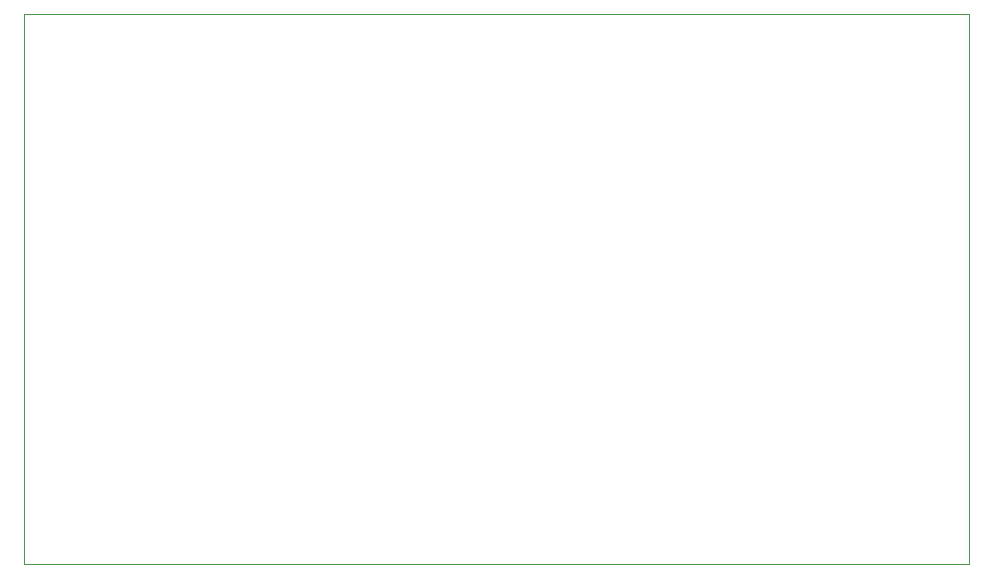
<source format=gm1>
%TF.GenerationSoftware,KiCad,Pcbnew,(5.1.10)-1*%
%TF.CreationDate,2021-10-30T10:02:25-04:00*%
%TF.ProjectId,W7ZOI_TIA_SMT,57375a4f-495f-4544-9941-5f534d542e6b,rev?*%
%TF.SameCoordinates,Original*%
%TF.FileFunction,Profile,NP*%
%FSLAX46Y46*%
G04 Gerber Fmt 4.6, Leading zero omitted, Abs format (unit mm)*
G04 Created by KiCad (PCBNEW (5.1.10)-1) date 2021-10-30 10:02:25*
%MOMM*%
%LPD*%
G01*
G04 APERTURE LIST*
%TA.AperFunction,Profile*%
%ADD10C,0.100000*%
%TD*%
G04 APERTURE END LIST*
D10*
X214540000Y-111534600D02*
X215040000Y-111534600D01*
X214540000Y-65034600D02*
X214540000Y-111534600D01*
X294540000Y-111534600D02*
X215040000Y-111534600D01*
X294540000Y-65034600D02*
X294540000Y-111534600D01*
X214540000Y-65034600D02*
X294540000Y-65034600D01*
M02*

</source>
